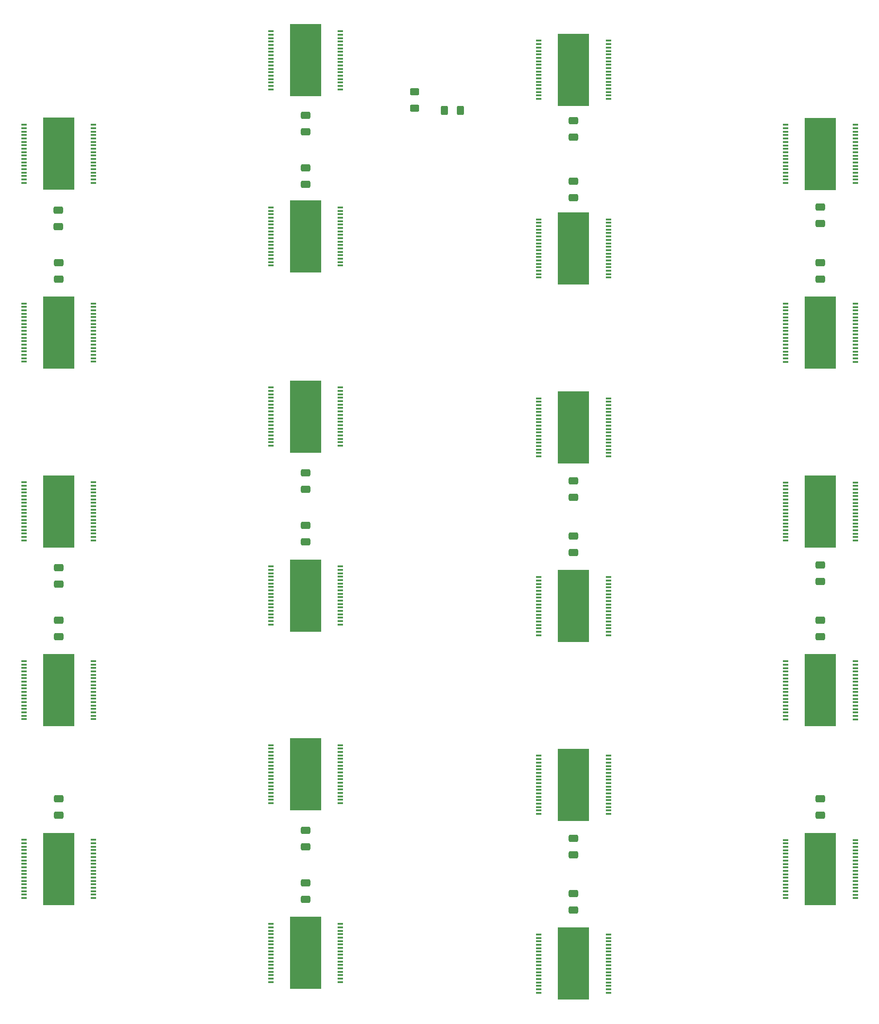
<source format=gbr>
%TF.GenerationSoftware,KiCad,Pcbnew,(6.0.10)*%
%TF.CreationDate,2024-04-02T10:47:47-04:00*%
%TF.ProjectId,OM3Controller,4f4d3343-6f6e-4747-926f-6c6c65722e6b,rev?*%
%TF.SameCoordinates,Original*%
%TF.FileFunction,Paste,Top*%
%TF.FilePolarity,Positive*%
%FSLAX46Y46*%
G04 Gerber Fmt 4.6, Leading zero omitted, Abs format (unit mm)*
G04 Created by KiCad (PCBNEW (6.0.10)) date 2024-04-02 10:47:47*
%MOMM*%
%LPD*%
G01*
G04 APERTURE LIST*
G04 Aperture macros list*
%AMRoundRect*
0 Rectangle with rounded corners*
0 $1 Rounding radius*
0 $2 $3 $4 $5 $6 $7 $8 $9 X,Y pos of 4 corners*
0 Add a 4 corners polygon primitive as box body*
4,1,4,$2,$3,$4,$5,$6,$7,$8,$9,$2,$3,0*
0 Add four circle primitives for the rounded corners*
1,1,$1+$1,$2,$3*
1,1,$1+$1,$4,$5*
1,1,$1+$1,$6,$7*
1,1,$1+$1,$8,$9*
0 Add four rect primitives between the rounded corners*
20,1,$1+$1,$2,$3,$4,$5,0*
20,1,$1+$1,$4,$5,$6,$7,0*
20,1,$1+$1,$6,$7,$8,$9,0*
20,1,$1+$1,$8,$9,$2,$3,0*%
G04 Aperture macros list end*
%ADD10R,1.100000X0.400000*%
%ADD11R,5.900000X13.700000*%
%ADD12RoundRect,0.250000X-0.650000X0.412500X-0.650000X-0.412500X0.650000X-0.412500X0.650000X0.412500X0*%
%ADD13RoundRect,0.250000X0.650000X-0.412500X0.650000X0.412500X-0.650000X0.412500X-0.650000X-0.412500X0*%
%ADD14RoundRect,0.250000X0.400000X0.625000X-0.400000X0.625000X-0.400000X-0.625000X0.400000X-0.625000X0*%
%ADD15RoundRect,0.250000X-0.625000X0.400000X-0.625000X-0.400000X0.625000X-0.400000X0.625000X0.400000X0*%
G04 APERTURE END LIST*
D10*
%TO.C,U2*%
X266625000Y-222275000D03*
X266625000Y-221625000D03*
X266625000Y-220975000D03*
X266625000Y-220325000D03*
X266625000Y-219675000D03*
X266625000Y-219025000D03*
X266625000Y-218375000D03*
X266625000Y-217725000D03*
X266625000Y-217075000D03*
X266625000Y-216425000D03*
X266625000Y-215775000D03*
X266625000Y-215125000D03*
X266625000Y-214475000D03*
X266625000Y-213825000D03*
X266625000Y-213175000D03*
X266625000Y-212525000D03*
X266625000Y-211875000D03*
X266625000Y-211225000D03*
X253375000Y-211225000D03*
X253375000Y-211875000D03*
X253375000Y-212525000D03*
X253375000Y-213175000D03*
X253375000Y-213825000D03*
X253375000Y-214475000D03*
X253375000Y-215125000D03*
X253375000Y-215775000D03*
X253375000Y-216425000D03*
X253375000Y-217075000D03*
X253375000Y-217725000D03*
X253375000Y-218375000D03*
X253375000Y-219025000D03*
X253375000Y-219675000D03*
X253375000Y-220325000D03*
X253375000Y-220975000D03*
X253375000Y-221625000D03*
X253375000Y-222275000D03*
D11*
X260000000Y-216750000D03*
%TD*%
D10*
%TO.C,U19*%
X398375000Y-211250000D03*
X398375000Y-211900000D03*
X398375000Y-212550000D03*
X398375000Y-213200000D03*
X398375000Y-213850000D03*
X398375000Y-214500000D03*
X398375000Y-215150000D03*
X398375000Y-215800000D03*
X398375000Y-216450000D03*
X398375000Y-217100000D03*
X398375000Y-217750000D03*
X398375000Y-218400000D03*
X398375000Y-219050000D03*
X398375000Y-219700000D03*
X398375000Y-220350000D03*
X398375000Y-221000000D03*
X398375000Y-221650000D03*
X398375000Y-222300000D03*
X411625000Y-222300000D03*
X411625000Y-221650000D03*
X411625000Y-221000000D03*
X411625000Y-220350000D03*
X411625000Y-219700000D03*
X411625000Y-219050000D03*
X411625000Y-218400000D03*
X411625000Y-217750000D03*
X411625000Y-217100000D03*
X411625000Y-216450000D03*
X411625000Y-215800000D03*
X411625000Y-215150000D03*
X411625000Y-214500000D03*
X411625000Y-213850000D03*
X411625000Y-213200000D03*
X411625000Y-212550000D03*
X411625000Y-211900000D03*
X411625000Y-211250000D03*
D11*
X405000000Y-216775000D03*
%TD*%
D10*
%TO.C,U8*%
X313625000Y-238250000D03*
X313625000Y-237600000D03*
X313625000Y-236950000D03*
X313625000Y-236300000D03*
X313625000Y-235650000D03*
X313625000Y-235000000D03*
X313625000Y-234350000D03*
X313625000Y-233700000D03*
X313625000Y-233050000D03*
X313625000Y-232400000D03*
X313625000Y-231750000D03*
X313625000Y-231100000D03*
X313625000Y-230450000D03*
X313625000Y-229800000D03*
X313625000Y-229150000D03*
X313625000Y-228500000D03*
X313625000Y-227850000D03*
X313625000Y-227200000D03*
X300375000Y-227200000D03*
X300375000Y-227850000D03*
X300375000Y-228500000D03*
X300375000Y-229150000D03*
X300375000Y-229800000D03*
X300375000Y-230450000D03*
X300375000Y-231100000D03*
X300375000Y-231750000D03*
X300375000Y-232400000D03*
X300375000Y-233050000D03*
X300375000Y-233700000D03*
X300375000Y-234350000D03*
X300375000Y-235000000D03*
X300375000Y-235650000D03*
X300375000Y-236300000D03*
X300375000Y-236950000D03*
X300375000Y-237600000D03*
X300375000Y-238250000D03*
D11*
X307000000Y-232725000D03*
%TD*%
D12*
%TO.C,C7*%
X307000000Y-185437500D03*
X307000000Y-188562500D03*
%TD*%
D13*
%TO.C,C8*%
X307000000Y-246562500D03*
X307000000Y-243437500D03*
%TD*%
D12*
%TO.C,C22*%
X405000000Y-271437500D03*
X405000000Y-274562500D03*
%TD*%
D10*
%TO.C,U18*%
X398375000Y-177250000D03*
X398375000Y-177900000D03*
X398375000Y-178550000D03*
X398375000Y-179200000D03*
X398375000Y-179850000D03*
X398375000Y-180500000D03*
X398375000Y-181150000D03*
X398375000Y-181800000D03*
X398375000Y-182450000D03*
X398375000Y-183100000D03*
X398375000Y-183750000D03*
X398375000Y-184400000D03*
X398375000Y-185050000D03*
X398375000Y-185700000D03*
X398375000Y-186350000D03*
X398375000Y-187000000D03*
X398375000Y-187650000D03*
X398375000Y-188300000D03*
X411625000Y-188300000D03*
X411625000Y-187650000D03*
X411625000Y-187000000D03*
X411625000Y-186350000D03*
X411625000Y-185700000D03*
X411625000Y-185050000D03*
X411625000Y-184400000D03*
X411625000Y-183750000D03*
X411625000Y-183100000D03*
X411625000Y-182450000D03*
X411625000Y-181800000D03*
X411625000Y-181150000D03*
X411625000Y-180500000D03*
X411625000Y-179850000D03*
X411625000Y-179200000D03*
X411625000Y-178550000D03*
X411625000Y-177900000D03*
X411625000Y-177250000D03*
D11*
X405000000Y-182775000D03*
%TD*%
D14*
%TO.C,R1*%
X336500000Y-174500000D03*
X333400000Y-174500000D03*
%TD*%
D15*
%TO.C,R2*%
X327750000Y-170950000D03*
X327750000Y-174050000D03*
%TD*%
D13*
%TO.C,C10*%
X307000000Y-314562500D03*
X307000000Y-311437500D03*
%TD*%
D10*
%TO.C,U11*%
X313625000Y-340250000D03*
X313625000Y-339600000D03*
X313625000Y-338950000D03*
X313625000Y-338300000D03*
X313625000Y-337650000D03*
X313625000Y-337000000D03*
X313625000Y-336350000D03*
X313625000Y-335700000D03*
X313625000Y-335050000D03*
X313625000Y-334400000D03*
X313625000Y-333750000D03*
X313625000Y-333100000D03*
X313625000Y-332450000D03*
X313625000Y-331800000D03*
X313625000Y-331150000D03*
X313625000Y-330500000D03*
X313625000Y-329850000D03*
X313625000Y-329200000D03*
X300375000Y-329200000D03*
X300375000Y-329850000D03*
X300375000Y-330500000D03*
X300375000Y-331150000D03*
X300375000Y-331800000D03*
X300375000Y-332450000D03*
X300375000Y-333100000D03*
X300375000Y-333750000D03*
X300375000Y-334400000D03*
X300375000Y-335050000D03*
X300375000Y-335700000D03*
X300375000Y-336350000D03*
X300375000Y-337000000D03*
X300375000Y-337650000D03*
X300375000Y-338300000D03*
X300375000Y-338950000D03*
X300375000Y-339600000D03*
X300375000Y-340250000D03*
D11*
X307000000Y-334725000D03*
%TD*%
D13*
%TO.C,C1*%
X259910000Y-196562500D03*
X259910000Y-193437500D03*
%TD*%
D10*
%TO.C,U12*%
X351375000Y-161250000D03*
X351375000Y-161900000D03*
X351375000Y-162550000D03*
X351375000Y-163200000D03*
X351375000Y-163850000D03*
X351375000Y-164500000D03*
X351375000Y-165150000D03*
X351375000Y-165800000D03*
X351375000Y-166450000D03*
X351375000Y-167100000D03*
X351375000Y-167750000D03*
X351375000Y-168400000D03*
X351375000Y-169050000D03*
X351375000Y-169700000D03*
X351375000Y-170350000D03*
X351375000Y-171000000D03*
X351375000Y-171650000D03*
X351375000Y-172300000D03*
X364625000Y-172300000D03*
X364625000Y-171650000D03*
X364625000Y-171000000D03*
X364625000Y-170350000D03*
X364625000Y-169700000D03*
X364625000Y-169050000D03*
X364625000Y-168400000D03*
X364625000Y-167750000D03*
X364625000Y-167100000D03*
X364625000Y-166450000D03*
X364625000Y-165800000D03*
X364625000Y-165150000D03*
X364625000Y-164500000D03*
X364625000Y-163850000D03*
X364625000Y-163200000D03*
X364625000Y-162550000D03*
X364625000Y-161900000D03*
X364625000Y-161250000D03*
D11*
X358000000Y-166775000D03*
%TD*%
D12*
%TO.C,C16*%
X358000000Y-255437500D03*
X358000000Y-258562500D03*
%TD*%
D10*
%TO.C,U15*%
X351375000Y-263250000D03*
X351375000Y-263900000D03*
X351375000Y-264550000D03*
X351375000Y-265200000D03*
X351375000Y-265850000D03*
X351375000Y-266500000D03*
X351375000Y-267150000D03*
X351375000Y-267800000D03*
X351375000Y-268450000D03*
X351375000Y-269100000D03*
X351375000Y-269750000D03*
X351375000Y-270400000D03*
X351375000Y-271050000D03*
X351375000Y-271700000D03*
X351375000Y-272350000D03*
X351375000Y-273000000D03*
X351375000Y-273650000D03*
X351375000Y-274300000D03*
X364625000Y-274300000D03*
X364625000Y-273650000D03*
X364625000Y-273000000D03*
X364625000Y-272350000D03*
X364625000Y-271700000D03*
X364625000Y-271050000D03*
X364625000Y-270400000D03*
X364625000Y-269750000D03*
X364625000Y-269100000D03*
X364625000Y-268450000D03*
X364625000Y-267800000D03*
X364625000Y-267150000D03*
X364625000Y-266500000D03*
X364625000Y-265850000D03*
X364625000Y-265200000D03*
X364625000Y-264550000D03*
X364625000Y-263900000D03*
X364625000Y-263250000D03*
D11*
X358000000Y-268775000D03*
%TD*%
D13*
%TO.C,C17*%
X358000000Y-316037500D03*
X358000000Y-312912500D03*
%TD*%
D12*
%TO.C,C4*%
X260000000Y-271437500D03*
X260000000Y-274562500D03*
%TD*%
D10*
%TO.C,U22*%
X398375000Y-313250000D03*
X398375000Y-313900000D03*
X398375000Y-314550000D03*
X398375000Y-315200000D03*
X398375000Y-315850000D03*
X398375000Y-316500000D03*
X398375000Y-317150000D03*
X398375000Y-317800000D03*
X398375000Y-318450000D03*
X398375000Y-319100000D03*
X398375000Y-319750000D03*
X398375000Y-320400000D03*
X398375000Y-321050000D03*
X398375000Y-321700000D03*
X398375000Y-322350000D03*
X398375000Y-323000000D03*
X398375000Y-323650000D03*
X398375000Y-324300000D03*
X411625000Y-324300000D03*
X411625000Y-323650000D03*
X411625000Y-323000000D03*
X411625000Y-322350000D03*
X411625000Y-321700000D03*
X411625000Y-321050000D03*
X411625000Y-320400000D03*
X411625000Y-319750000D03*
X411625000Y-319100000D03*
X411625000Y-318450000D03*
X411625000Y-317800000D03*
X411625000Y-317150000D03*
X411625000Y-316500000D03*
X411625000Y-315850000D03*
X411625000Y-315200000D03*
X411625000Y-314550000D03*
X411625000Y-313900000D03*
X411625000Y-313250000D03*
D11*
X405000000Y-318775000D03*
%TD*%
D13*
%TO.C,C15*%
X358000000Y-248037500D03*
X358000000Y-244912500D03*
%TD*%
D12*
%TO.C,C5*%
X260000000Y-305437500D03*
X260000000Y-308562500D03*
%TD*%
D10*
%TO.C,U9*%
X313625000Y-272275000D03*
X313625000Y-271625000D03*
X313625000Y-270975000D03*
X313625000Y-270325000D03*
X313625000Y-269675000D03*
X313625000Y-269025000D03*
X313625000Y-268375000D03*
X313625000Y-267725000D03*
X313625000Y-267075000D03*
X313625000Y-266425000D03*
X313625000Y-265775000D03*
X313625000Y-265125000D03*
X313625000Y-264475000D03*
X313625000Y-263825000D03*
X313625000Y-263175000D03*
X313625000Y-262525000D03*
X313625000Y-261875000D03*
X313625000Y-261225000D03*
X300375000Y-261225000D03*
X300375000Y-261875000D03*
X300375000Y-262525000D03*
X300375000Y-263175000D03*
X300375000Y-263825000D03*
X300375000Y-264475000D03*
X300375000Y-265125000D03*
X300375000Y-265775000D03*
X300375000Y-266425000D03*
X300375000Y-267075000D03*
X300375000Y-267725000D03*
X300375000Y-268375000D03*
X300375000Y-269025000D03*
X300375000Y-269675000D03*
X300375000Y-270325000D03*
X300375000Y-270975000D03*
X300375000Y-271625000D03*
X300375000Y-272275000D03*
D11*
X307000000Y-266750000D03*
%TD*%
D12*
%TO.C,C2*%
X260000000Y-203437500D03*
X260000000Y-206562500D03*
%TD*%
D10*
%TO.C,U3*%
X266625000Y-256275000D03*
X266625000Y-255625000D03*
X266625000Y-254975000D03*
X266625000Y-254325000D03*
X266625000Y-253675000D03*
X266625000Y-253025000D03*
X266625000Y-252375000D03*
X266625000Y-251725000D03*
X266625000Y-251075000D03*
X266625000Y-250425000D03*
X266625000Y-249775000D03*
X266625000Y-249125000D03*
X266625000Y-248475000D03*
X266625000Y-247825000D03*
X266625000Y-247175000D03*
X266625000Y-246525000D03*
X266625000Y-245875000D03*
X266625000Y-245225000D03*
X253375000Y-245225000D03*
X253375000Y-245875000D03*
X253375000Y-246525000D03*
X253375000Y-247175000D03*
X253375000Y-247825000D03*
X253375000Y-248475000D03*
X253375000Y-249125000D03*
X253375000Y-249775000D03*
X253375000Y-250425000D03*
X253375000Y-251075000D03*
X253375000Y-251725000D03*
X253375000Y-252375000D03*
X253375000Y-253025000D03*
X253375000Y-253675000D03*
X253375000Y-254325000D03*
X253375000Y-254975000D03*
X253375000Y-255625000D03*
X253375000Y-256275000D03*
D11*
X260000000Y-250750000D03*
%TD*%
D12*
%TO.C,C20*%
X405000000Y-203437500D03*
X405000000Y-206562500D03*
%TD*%
D10*
%TO.C,U20*%
X398375000Y-245250000D03*
X398375000Y-245900000D03*
X398375000Y-246550000D03*
X398375000Y-247200000D03*
X398375000Y-247850000D03*
X398375000Y-248500000D03*
X398375000Y-249150000D03*
X398375000Y-249800000D03*
X398375000Y-250450000D03*
X398375000Y-251100000D03*
X398375000Y-251750000D03*
X398375000Y-252400000D03*
X398375000Y-253050000D03*
X398375000Y-253700000D03*
X398375000Y-254350000D03*
X398375000Y-255000000D03*
X398375000Y-255650000D03*
X398375000Y-256300000D03*
X411625000Y-256300000D03*
X411625000Y-255650000D03*
X411625000Y-255000000D03*
X411625000Y-254350000D03*
X411625000Y-253700000D03*
X411625000Y-253050000D03*
X411625000Y-252400000D03*
X411625000Y-251750000D03*
X411625000Y-251100000D03*
X411625000Y-250450000D03*
X411625000Y-249800000D03*
X411625000Y-249150000D03*
X411625000Y-248500000D03*
X411625000Y-247850000D03*
X411625000Y-247200000D03*
X411625000Y-246550000D03*
X411625000Y-245900000D03*
X411625000Y-245250000D03*
D11*
X405000000Y-250775000D03*
%TD*%
D12*
%TO.C,C18*%
X358000000Y-323437500D03*
X358000000Y-326562500D03*
%TD*%
%TO.C,C14*%
X358000000Y-187937500D03*
X358000000Y-191062500D03*
%TD*%
D10*
%TO.C,U6*%
X313625000Y-170500000D03*
X313625000Y-169850000D03*
X313625000Y-169200000D03*
X313625000Y-168550000D03*
X313625000Y-167900000D03*
X313625000Y-167250000D03*
X313625000Y-166600000D03*
X313625000Y-165950000D03*
X313625000Y-165300000D03*
X313625000Y-164650000D03*
X313625000Y-164000000D03*
X313625000Y-163350000D03*
X313625000Y-162700000D03*
X313625000Y-162050000D03*
X313625000Y-161400000D03*
X313625000Y-160750000D03*
X313625000Y-160100000D03*
X313625000Y-159450000D03*
X300375000Y-159450000D03*
X300375000Y-160100000D03*
X300375000Y-160750000D03*
X300375000Y-161400000D03*
X300375000Y-162050000D03*
X300375000Y-162700000D03*
X300375000Y-163350000D03*
X300375000Y-164000000D03*
X300375000Y-164650000D03*
X300375000Y-165300000D03*
X300375000Y-165950000D03*
X300375000Y-166600000D03*
X300375000Y-167250000D03*
X300375000Y-167900000D03*
X300375000Y-168550000D03*
X300375000Y-169200000D03*
X300375000Y-169850000D03*
X300375000Y-170500000D03*
D11*
X307000000Y-164975000D03*
%TD*%
D10*
%TO.C,U10*%
X313625000Y-306250000D03*
X313625000Y-305600000D03*
X313625000Y-304950000D03*
X313625000Y-304300000D03*
X313625000Y-303650000D03*
X313625000Y-303000000D03*
X313625000Y-302350000D03*
X313625000Y-301700000D03*
X313625000Y-301050000D03*
X313625000Y-300400000D03*
X313625000Y-299750000D03*
X313625000Y-299100000D03*
X313625000Y-298450000D03*
X313625000Y-297800000D03*
X313625000Y-297150000D03*
X313625000Y-296500000D03*
X313625000Y-295850000D03*
X313625000Y-295200000D03*
X300375000Y-295200000D03*
X300375000Y-295850000D03*
X300375000Y-296500000D03*
X300375000Y-297150000D03*
X300375000Y-297800000D03*
X300375000Y-298450000D03*
X300375000Y-299100000D03*
X300375000Y-299750000D03*
X300375000Y-300400000D03*
X300375000Y-301050000D03*
X300375000Y-301700000D03*
X300375000Y-302350000D03*
X300375000Y-303000000D03*
X300375000Y-303650000D03*
X300375000Y-304300000D03*
X300375000Y-304950000D03*
X300375000Y-305600000D03*
X300375000Y-306250000D03*
D11*
X307000000Y-300725000D03*
%TD*%
D10*
%TO.C,U21*%
X398375000Y-279250000D03*
X398375000Y-279900000D03*
X398375000Y-280550000D03*
X398375000Y-281200000D03*
X398375000Y-281850000D03*
X398375000Y-282500000D03*
X398375000Y-283150000D03*
X398375000Y-283800000D03*
X398375000Y-284450000D03*
X398375000Y-285100000D03*
X398375000Y-285750000D03*
X398375000Y-286400000D03*
X398375000Y-287050000D03*
X398375000Y-287700000D03*
X398375000Y-288350000D03*
X398375000Y-289000000D03*
X398375000Y-289650000D03*
X398375000Y-290300000D03*
X411625000Y-290300000D03*
X411625000Y-289650000D03*
X411625000Y-289000000D03*
X411625000Y-288350000D03*
X411625000Y-287700000D03*
X411625000Y-287050000D03*
X411625000Y-286400000D03*
X411625000Y-285750000D03*
X411625000Y-285100000D03*
X411625000Y-284450000D03*
X411625000Y-283800000D03*
X411625000Y-283150000D03*
X411625000Y-282500000D03*
X411625000Y-281850000D03*
X411625000Y-281200000D03*
X411625000Y-280550000D03*
X411625000Y-279900000D03*
X411625000Y-279250000D03*
D11*
X405000000Y-284775000D03*
%TD*%
D10*
%TO.C,U13*%
X351375000Y-195225000D03*
X351375000Y-195875000D03*
X351375000Y-196525000D03*
X351375000Y-197175000D03*
X351375000Y-197825000D03*
X351375000Y-198475000D03*
X351375000Y-199125000D03*
X351375000Y-199775000D03*
X351375000Y-200425000D03*
X351375000Y-201075000D03*
X351375000Y-201725000D03*
X351375000Y-202375000D03*
X351375000Y-203025000D03*
X351375000Y-203675000D03*
X351375000Y-204325000D03*
X351375000Y-204975000D03*
X351375000Y-205625000D03*
X351375000Y-206275000D03*
X364625000Y-206275000D03*
X364625000Y-205625000D03*
X364625000Y-204975000D03*
X364625000Y-204325000D03*
X364625000Y-203675000D03*
X364625000Y-203025000D03*
X364625000Y-202375000D03*
X364625000Y-201725000D03*
X364625000Y-201075000D03*
X364625000Y-200425000D03*
X364625000Y-199775000D03*
X364625000Y-199125000D03*
X364625000Y-198475000D03*
X364625000Y-197825000D03*
X364625000Y-197175000D03*
X364625000Y-196525000D03*
X364625000Y-195875000D03*
X364625000Y-195225000D03*
D11*
X358000000Y-200750000D03*
%TD*%
D13*
%TO.C,C13*%
X358000000Y-179600000D03*
X358000000Y-176475000D03*
%TD*%
D10*
%TO.C,U17*%
X351375000Y-331225000D03*
X351375000Y-331875000D03*
X351375000Y-332525000D03*
X351375000Y-333175000D03*
X351375000Y-333825000D03*
X351375000Y-334475000D03*
X351375000Y-335125000D03*
X351375000Y-335775000D03*
X351375000Y-336425000D03*
X351375000Y-337075000D03*
X351375000Y-337725000D03*
X351375000Y-338375000D03*
X351375000Y-339025000D03*
X351375000Y-339675000D03*
X351375000Y-340325000D03*
X351375000Y-340975000D03*
X351375000Y-341625000D03*
X351375000Y-342275000D03*
X364625000Y-342275000D03*
X364625000Y-341625000D03*
X364625000Y-340975000D03*
X364625000Y-340325000D03*
X364625000Y-339675000D03*
X364625000Y-339025000D03*
X364625000Y-338375000D03*
X364625000Y-337725000D03*
X364625000Y-337075000D03*
X364625000Y-336425000D03*
X364625000Y-335775000D03*
X364625000Y-335125000D03*
X364625000Y-334475000D03*
X364625000Y-333825000D03*
X364625000Y-333175000D03*
X364625000Y-332525000D03*
X364625000Y-331875000D03*
X364625000Y-331225000D03*
D11*
X358000000Y-336750000D03*
%TD*%
D12*
%TO.C,C11*%
X307000000Y-321437500D03*
X307000000Y-324562500D03*
%TD*%
D10*
%TO.C,U5*%
X266625000Y-324275000D03*
X266625000Y-323625000D03*
X266625000Y-322975000D03*
X266625000Y-322325000D03*
X266625000Y-321675000D03*
X266625000Y-321025000D03*
X266625000Y-320375000D03*
X266625000Y-319725000D03*
X266625000Y-319075000D03*
X266625000Y-318425000D03*
X266625000Y-317775000D03*
X266625000Y-317125000D03*
X266625000Y-316475000D03*
X266625000Y-315825000D03*
X266625000Y-315175000D03*
X266625000Y-314525000D03*
X266625000Y-313875000D03*
X266625000Y-313225000D03*
X253375000Y-313225000D03*
X253375000Y-313875000D03*
X253375000Y-314525000D03*
X253375000Y-315175000D03*
X253375000Y-315825000D03*
X253375000Y-316475000D03*
X253375000Y-317125000D03*
X253375000Y-317775000D03*
X253375000Y-318425000D03*
X253375000Y-319075000D03*
X253375000Y-319725000D03*
X253375000Y-320375000D03*
X253375000Y-321025000D03*
X253375000Y-321675000D03*
X253375000Y-322325000D03*
X253375000Y-322975000D03*
X253375000Y-323625000D03*
X253375000Y-324275000D03*
D11*
X260000000Y-318750000D03*
%TD*%
D10*
%TO.C,U14*%
X351375000Y-229250000D03*
X351375000Y-229900000D03*
X351375000Y-230550000D03*
X351375000Y-231200000D03*
X351375000Y-231850000D03*
X351375000Y-232500000D03*
X351375000Y-233150000D03*
X351375000Y-233800000D03*
X351375000Y-234450000D03*
X351375000Y-235100000D03*
X351375000Y-235750000D03*
X351375000Y-236400000D03*
X351375000Y-237050000D03*
X351375000Y-237700000D03*
X351375000Y-238350000D03*
X351375000Y-239000000D03*
X351375000Y-239650000D03*
X351375000Y-240300000D03*
X364625000Y-240300000D03*
X364625000Y-239650000D03*
X364625000Y-239000000D03*
X364625000Y-238350000D03*
X364625000Y-237700000D03*
X364625000Y-237050000D03*
X364625000Y-236400000D03*
X364625000Y-235750000D03*
X364625000Y-235100000D03*
X364625000Y-234450000D03*
X364625000Y-233800000D03*
X364625000Y-233150000D03*
X364625000Y-232500000D03*
X364625000Y-231850000D03*
X364625000Y-231200000D03*
X364625000Y-230550000D03*
X364625000Y-229900000D03*
X364625000Y-229250000D03*
D11*
X358000000Y-234775000D03*
%TD*%
D10*
%TO.C,U4*%
X266625000Y-290275000D03*
X266625000Y-289625000D03*
X266625000Y-288975000D03*
X266625000Y-288325000D03*
X266625000Y-287675000D03*
X266625000Y-287025000D03*
X266625000Y-286375000D03*
X266625000Y-285725000D03*
X266625000Y-285075000D03*
X266625000Y-284425000D03*
X266625000Y-283775000D03*
X266625000Y-283125000D03*
X266625000Y-282475000D03*
X266625000Y-281825000D03*
X266625000Y-281175000D03*
X266625000Y-280525000D03*
X266625000Y-279875000D03*
X266625000Y-279225000D03*
X253375000Y-279225000D03*
X253375000Y-279875000D03*
X253375000Y-280525000D03*
X253375000Y-281175000D03*
X253375000Y-281825000D03*
X253375000Y-282475000D03*
X253375000Y-283125000D03*
X253375000Y-283775000D03*
X253375000Y-284425000D03*
X253375000Y-285075000D03*
X253375000Y-285725000D03*
X253375000Y-286375000D03*
X253375000Y-287025000D03*
X253375000Y-287675000D03*
X253375000Y-288325000D03*
X253375000Y-288975000D03*
X253375000Y-289625000D03*
X253375000Y-290275000D03*
D11*
X260000000Y-284750000D03*
%TD*%
D13*
%TO.C,C3*%
X260000000Y-264562500D03*
X260000000Y-261437500D03*
%TD*%
%TO.C,C21*%
X405000000Y-264037500D03*
X405000000Y-260912500D03*
%TD*%
%TO.C,C19*%
X405000000Y-196037500D03*
X405000000Y-192912500D03*
%TD*%
D10*
%TO.C,U7*%
X313625000Y-204000000D03*
X313625000Y-203350000D03*
X313625000Y-202700000D03*
X313625000Y-202050000D03*
X313625000Y-201400000D03*
X313625000Y-200750000D03*
X313625000Y-200100000D03*
X313625000Y-199450000D03*
X313625000Y-198800000D03*
X313625000Y-198150000D03*
X313625000Y-197500000D03*
X313625000Y-196850000D03*
X313625000Y-196200000D03*
X313625000Y-195550000D03*
X313625000Y-194900000D03*
X313625000Y-194250000D03*
X313625000Y-193600000D03*
X313625000Y-192950000D03*
X300375000Y-192950000D03*
X300375000Y-193600000D03*
X300375000Y-194250000D03*
X300375000Y-194900000D03*
X300375000Y-195550000D03*
X300375000Y-196200000D03*
X300375000Y-196850000D03*
X300375000Y-197500000D03*
X300375000Y-198150000D03*
X300375000Y-198800000D03*
X300375000Y-199450000D03*
X300375000Y-200100000D03*
X300375000Y-200750000D03*
X300375000Y-201400000D03*
X300375000Y-202050000D03*
X300375000Y-202700000D03*
X300375000Y-203350000D03*
X300375000Y-204000000D03*
D11*
X307000000Y-198475000D03*
%TD*%
D12*
%TO.C,C23*%
X405000000Y-305437500D03*
X405000000Y-308562500D03*
%TD*%
D10*
%TO.C,U16*%
X351375000Y-297225000D03*
X351375000Y-297875000D03*
X351375000Y-298525000D03*
X351375000Y-299175000D03*
X351375000Y-299825000D03*
X351375000Y-300475000D03*
X351375000Y-301125000D03*
X351375000Y-301775000D03*
X351375000Y-302425000D03*
X351375000Y-303075000D03*
X351375000Y-303725000D03*
X351375000Y-304375000D03*
X351375000Y-305025000D03*
X351375000Y-305675000D03*
X351375000Y-306325000D03*
X351375000Y-306975000D03*
X351375000Y-307625000D03*
X351375000Y-308275000D03*
X364625000Y-308275000D03*
X364625000Y-307625000D03*
X364625000Y-306975000D03*
X364625000Y-306325000D03*
X364625000Y-305675000D03*
X364625000Y-305025000D03*
X364625000Y-304375000D03*
X364625000Y-303725000D03*
X364625000Y-303075000D03*
X364625000Y-302425000D03*
X364625000Y-301775000D03*
X364625000Y-301125000D03*
X364625000Y-300475000D03*
X364625000Y-299825000D03*
X364625000Y-299175000D03*
X364625000Y-298525000D03*
X364625000Y-297875000D03*
X364625000Y-297225000D03*
D11*
X358000000Y-302750000D03*
%TD*%
D12*
%TO.C,C9*%
X307000000Y-253437500D03*
X307000000Y-256562500D03*
%TD*%
D10*
%TO.C,U1*%
X266625000Y-188275000D03*
X266625000Y-187625000D03*
X266625000Y-186975000D03*
X266625000Y-186325000D03*
X266625000Y-185675000D03*
X266625000Y-185025000D03*
X266625000Y-184375000D03*
X266625000Y-183725000D03*
X266625000Y-183075000D03*
X266625000Y-182425000D03*
X266625000Y-181775000D03*
X266625000Y-181125000D03*
X266625000Y-180475000D03*
X266625000Y-179825000D03*
X266625000Y-179175000D03*
X266625000Y-178525000D03*
X266625000Y-177875000D03*
X266625000Y-177225000D03*
X253375000Y-177225000D03*
X253375000Y-177875000D03*
X253375000Y-178525000D03*
X253375000Y-179175000D03*
X253375000Y-179825000D03*
X253375000Y-180475000D03*
X253375000Y-181125000D03*
X253375000Y-181775000D03*
X253375000Y-182425000D03*
X253375000Y-183075000D03*
X253375000Y-183725000D03*
X253375000Y-184375000D03*
X253375000Y-185025000D03*
X253375000Y-185675000D03*
X253375000Y-186325000D03*
X253375000Y-186975000D03*
X253375000Y-187625000D03*
X253375000Y-188275000D03*
D11*
X260000000Y-182750000D03*
%TD*%
D13*
%TO.C,C6*%
X307000000Y-178562500D03*
X307000000Y-175437500D03*
%TD*%
M02*

</source>
